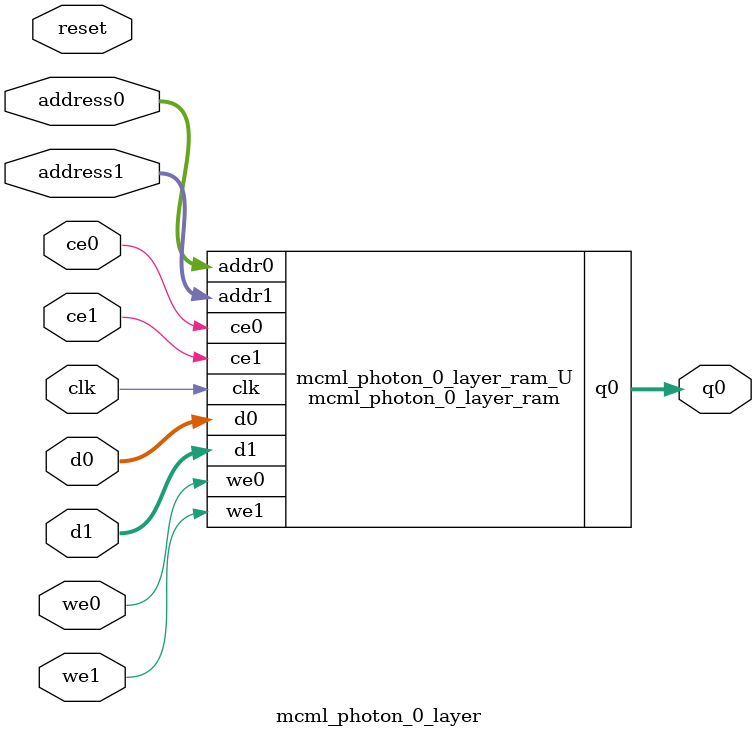
<source format=v>

`timescale 1 ns / 1 ps
module mcml_photon_0_layer_ram (addr0, ce0, d0, we0, q0, addr1, ce1, d1, we1,  clk);

parameter DWIDTH = 16;
parameter AWIDTH = 10;
parameter MEM_SIZE = 1000;

input[AWIDTH-1:0] addr0;
input ce0;
input[DWIDTH-1:0] d0;
input we0;
output reg[DWIDTH-1:0] q0;
input[AWIDTH-1:0] addr1;
input ce1;
input[DWIDTH-1:0] d1;
input we1;
input clk;

(* ram_style = "block" *)reg [DWIDTH-1:0] ram[MEM_SIZE-1:0];




always @(posedge clk)  
begin 
    if (ce0) 
    begin
        if (we0) 
        begin 
            ram[addr0] <= d0; 
            q0 <= d0;
        end 
        else 
            q0 <= ram[addr0];
    end
end


always @(posedge clk)  
begin 
    if (ce1) 
    begin
        if (we1) 
        begin 
            ram[addr1] <= d1; 
        end 
    end
end


endmodule


`timescale 1 ns / 1 ps
module mcml_photon_0_layer(
    reset,
    clk,
    address0,
    ce0,
    we0,
    d0,
    q0,
    address1,
    ce1,
    we1,
    d1);

parameter DataWidth = 32'd16;
parameter AddressRange = 32'd1000;
parameter AddressWidth = 32'd10;
input reset;
input clk;
input[AddressWidth - 1:0] address0;
input ce0;
input we0;
input[DataWidth - 1:0] d0;
output[DataWidth - 1:0] q0;
input[AddressWidth - 1:0] address1;
input ce1;
input we1;
input[DataWidth - 1:0] d1;



mcml_photon_0_layer_ram mcml_photon_0_layer_ram_U(
    .clk( clk ),
    .addr0( address0 ),
    .ce0( ce0 ),
    .d0( d0 ),
    .we0( we0 ),
    .q0( q0 ),
    .addr1( address1 ),
    .ce1( ce1 ),
    .d1( d1 ),
    .we1( we1 ));

endmodule


</source>
